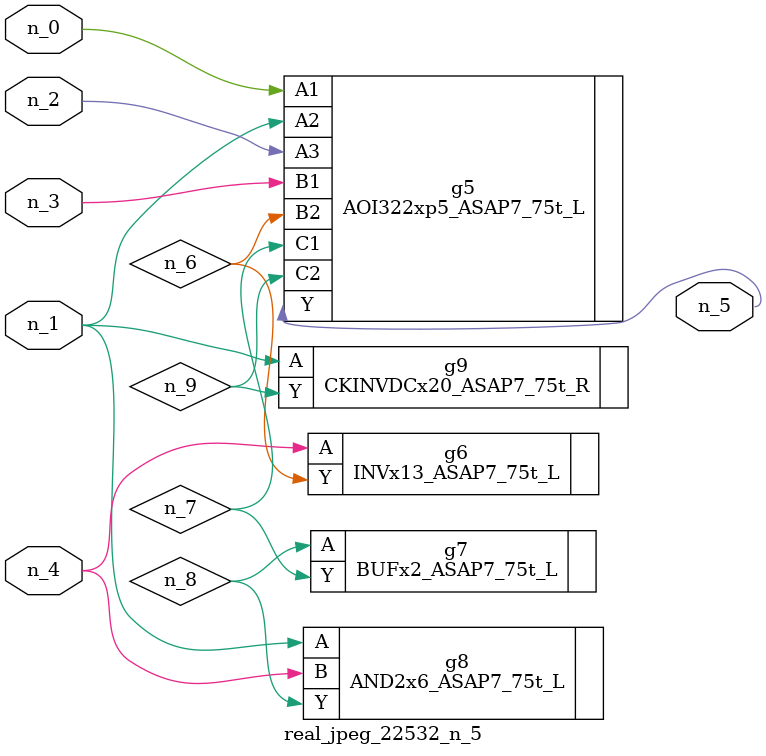
<source format=v>
module real_jpeg_22532_n_5 (n_4, n_0, n_1, n_2, n_3, n_5);

input n_4;
input n_0;
input n_1;
input n_2;
input n_3;

output n_5;

wire n_8;
wire n_6;
wire n_7;
wire n_9;

AOI322xp5_ASAP7_75t_L g5 ( 
.A1(n_0),
.A2(n_1),
.A3(n_2),
.B1(n_3),
.B2(n_6),
.C1(n_7),
.C2(n_9),
.Y(n_5)
);

AND2x6_ASAP7_75t_L g8 ( 
.A(n_1),
.B(n_4),
.Y(n_8)
);

CKINVDCx20_ASAP7_75t_R g9 ( 
.A(n_1),
.Y(n_9)
);

INVx13_ASAP7_75t_L g6 ( 
.A(n_4),
.Y(n_6)
);

BUFx2_ASAP7_75t_L g7 ( 
.A(n_8),
.Y(n_7)
);


endmodule
</source>
